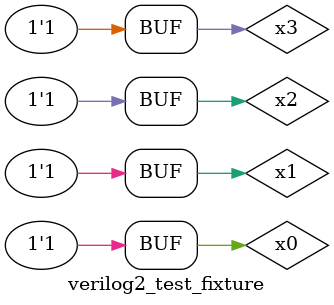
<source format=v>
`timescale 1ns / 1ps


module verilog2_test_fixture;

	// Inputs
	reg x3;
	reg x2;
	reg x1;
	reg x0;

	// Outputs
	wire y3;
	wire y2;
	wire y1;
	wire y0;

	// Instantiate the Unit Under Test (UUT)
	verilog2 uut (
		.x3(x3), 
		.x2(x2), 
		.x1(x1), 
		.x0(x0), 
		.y3(y3), 
		.y2(y2), 
		.y1(y1), 
		.y0(y0)
	);

	initial begin
		x3 = 0;
		x2 = 0;
		x1 = 0;
		x0 = 0;
		#10;
					
		x3 = 0;
		x2 = 0;
		x1 = 0;
		x0 = 1;
		#10;
		
		x3 = 0;
		x2 = 0;
		x1 = 1;
		x0 = 0;
		#10;
		
		x3 = 0;
		x2 = 0;
		x1 = 1;
		x0 = 1;
		#10;
		
		x3 = 0;
		x2 = 1;
		x1 = 0;
		x0 = 0;
		#10;
		
		x3 = 0;
		x2 = 1;
		x1 = 0;
		x0 = 1;
		#10;
		
		x3 = 0;
		x2 = 1;
		x1 = 1;
		x0 = 0;
		#10;
		
		x3 = 0;
		x2 = 1;
		x1 = 1;
		x0 = 1;
		#10;

		x3 = 1;
		x2 = 0;
		x1 = 0;
		x0 = 0;
		#10;
		
		x3 = 1;
		x2 = 0;
		x1 = 0;
		x0 = 1;
		#10;
		
		x3 = 1;
		x2 = 0;
		x1 = 1;
		x0 = 0;
		#10;
		
		x3 = 1;
		x2 = 0;
		x1 = 1;
		x0 = 1;
		#10;
		
		x3 = 1;
		x2 = 1;
		x1 = 0;
		x0 = 0;
		#10;
		
		x3 = 1;
		x2 = 1;
		x1 = 0;
		x0 = 1;
		#10;
		
		x3 = 1;
		x2 = 1;
		x1 = 1;
		x0 = 0;
		#10;
		
		x3 = 1;
		x2 = 1;
		x1 = 1;
		x0 = 1;
		#10;

	end
      
endmodule


</source>
